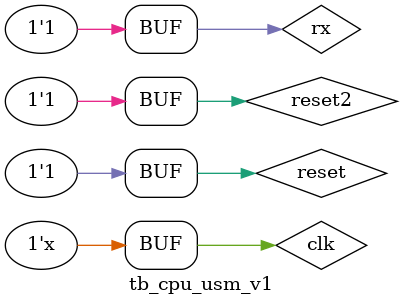
<source format=sv>
module tb_cpu_usm_v1();
  
    logic clk,reset,reset2;
    logic rx, tx;
	
	top DUT(clk, reset, reset2, rx, tx);
            
	// generate a clock signal that inverts its value every five time units
	always  #5 clk=~clk;
	
	//here we assign values to the inputs
	
	task send_byte;
	   input [7:0] data_8;
	   begin
	       #8681 rx = 0;
	       #8681 rx = data_8[0];
	       #8681 rx = data_8[1];
	       #8681 rx = data_8[2];
	       #8681 rx = data_8[3];
	       #8681 rx = data_8[4];
	       #8681 rx = data_8[5];
	       #8681 rx = data_8[6];
	       #8681 rx = data_8[7];
	       #8681 rx = 1;
	   end
	endtask
	
	task send_instruccion;
	   input [31:0] instruccion;
	   begin
	       send_byte(8'd0);
	       send_byte(instruccion[7:0]);
	       send_byte(instruccion[15:8]);
	       send_byte(instruccion[23:16]);
	       send_byte(instruccion[31:24]);
	   end
	endtask
	
	initial begin
		clk = 1'b0;
		reset = 1'b0;
		reset2 = 1'b0;
		rx = 1'b1;
		#10000 
		reset = 1'b1;
		#100000
		reset2 = 1'b1;
		#100000
		send_instruccion(32'h00500113);
		#100000
		send_byte(8'd2);
		#800000
		send_instruccion(32'h00C00193);
		#100000
		send_instruccion(32'h00900813);
		#100000
		send_instruccion(32'h410183B3);
		#100000
		send_instruccion(32'h0023E233);
		#100000
		send_instruccion(32'h0041A023);
	end

endmodule
</source>
